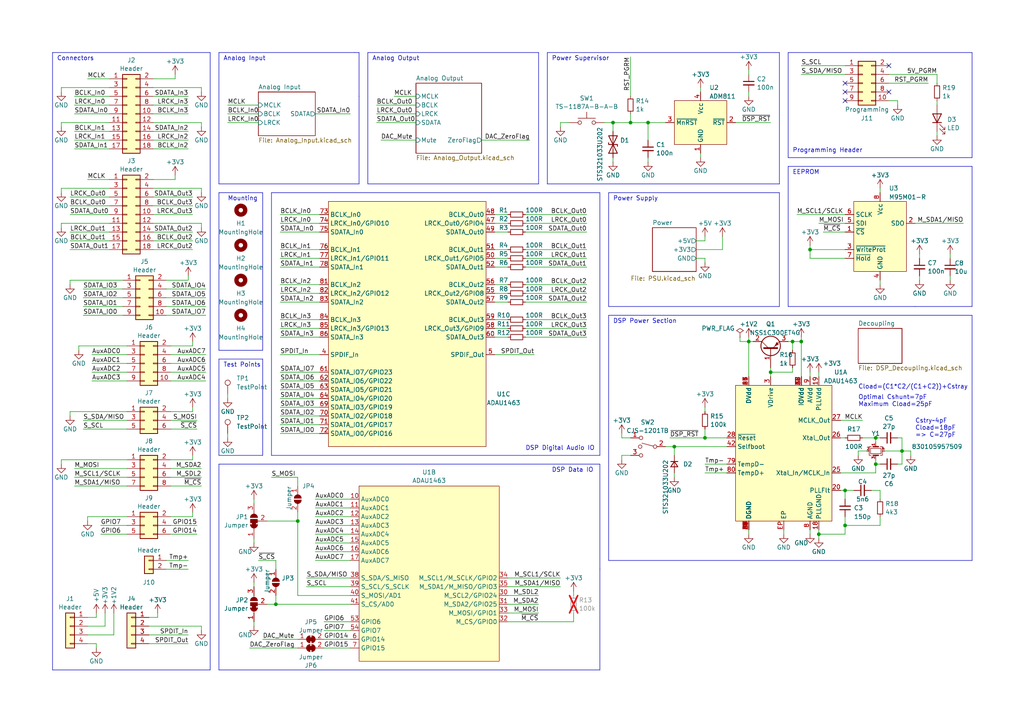
<source format=kicad_sch>
(kicad_sch (version 20230121) (generator eeschema)
  (paper "A4")
  (junction (at 261.62 130.81))
  (junction (at 182.88 35.56))
  (junction (at 229.87 99.06))
  (junction (at 204.47 127))
  (junction (at 254 127))
  (junction (at 187.96 35.56))
  (junction (at 237.49 154.94))
  (junction (at 177.8 35.56))
  (junction (at 80.01 175.26))
  (junction (at 254 134.62))
  (junction (at 86.36 151.13))
  (junction (at 217.17 99.06))
  (junction (at 234.95 72.39))
  (junction (at 232.41 99.06))
  (junction (at 245.11 142.24))
  (junction (at 195.58 129.54))
  (junction (at 245.11 152.4))
  (junction (at 223.52 107.95))
  (no_connect (at 245.11 24.13))
  (no_connect (at 257.81 26.67))
  (no_connect (at 245.11 26.67))
  (no_connect (at 245.11 29.21))
  (no_connect (at 257.81 19.05))
  (wire (pts (xy 20.32 69.85) (xy 31.75 69.85)))
  (wire (pts (xy 20.32 119.38) (xy 36.83 119.38)))
  (wire (pts (xy 204.47 127) (xy 210.82 127)))
  (polyline (pts (xy 173.99 134.62) (xy 173.99 165.1)))
  (wire (pts (xy 54.61 162.56) (xy 48.26 162.56)))
  (wire (pts (xy 59.69 91.44) (xy 48.26 91.44)))
  (wire (pts (xy 20.32 62.23) (xy 31.75 62.23)))
  (wire (pts (xy 24.13 121.92) (xy 36.83 121.92)))
  (wire (pts (xy 182.88 35.56) (xy 187.96 35.56)))
  (wire (pts (xy 204.47 137.16) (xy 210.82 137.16)))
  (wire (pts (xy 109.22 35.56) (xy 120.65 35.56)))
  (wire (pts (xy 109.22 33.02) (xy 120.65 33.02)))
  (polyline (pts (xy 63.5 104.14) (xy 63.5 132.08)))
  (wire (pts (xy 21.59 30.48) (xy 31.75 30.48)))
  (wire (pts (xy 24.13 86.36) (xy 35.56 86.36)))
  (wire (pts (xy 24.13 91.44) (xy 35.56 91.44)))
  (wire (pts (xy 66.04 114.3) (xy 66.04 115.57)))
  (wire (pts (xy 195.58 129.54) (xy 195.58 132.08)))
  (wire (pts (xy 22.86 100.33) (xy 22.86 101.6)))
  (wire (pts (xy 81.28 87.63) (xy 92.71 87.63)))
  (polyline (pts (xy 281.94 88.9) (xy 281.94 48.26)))
  (wire (pts (xy 217.17 26.67) (xy 217.17 27.94)))
  (wire (pts (xy 81.28 110.49) (xy 92.71 110.49)))
  (wire (pts (xy 237.49 153.67) (xy 237.49 154.94)))
  (wire (pts (xy 266.7 73.66) (xy 266.7 74.93)))
  (wire (pts (xy 81.28 118.11) (xy 92.71 118.11)))
  (polyline (pts (xy 63.5 15.24) (xy 63.5 53.34)))
  (wire (pts (xy 91.44 157.48) (xy 101.6 157.48)))
  (wire (pts (xy 234.95 107.95) (xy 234.95 109.22)))
  (wire (pts (xy 182.88 33.02) (xy 182.88 35.56)))
  (wire (pts (xy 44.45 57.15) (xy 55.88 57.15)))
  (wire (pts (xy 49.53 100.33) (xy 55.88 100.33)))
  (wire (pts (xy 58.42 35.56) (xy 58.42 36.83)))
  (wire (pts (xy 217.17 97.79) (xy 217.17 99.06)))
  (wire (pts (xy 234.95 72.39) (xy 245.11 72.39)))
  (wire (pts (xy 81.28 77.47) (xy 92.71 77.47)))
  (wire (pts (xy 143.51 72.39) (xy 147.32 72.39)))
  (wire (pts (xy 86.36 148.59) (xy 86.36 151.13)))
  (wire (pts (xy 17.78 64.77) (xy 17.78 66.04)))
  (polyline (pts (xy 104.14 27.94) (xy 104.14 53.34)))
  (wire (pts (xy 91.44 149.86) (xy 101.6 149.86)))
  (wire (pts (xy 54.61 30.48) (xy 44.45 30.48)))
  (polyline (pts (xy 228.6 45.72) (xy 281.94 45.72)))
  (wire (pts (xy 81.28 85.09) (xy 92.71 85.09)))
  (wire (pts (xy 36.83 149.86) (xy 25.4 149.86)))
  (wire (pts (xy 232.41 97.79) (xy 232.41 99.06)))
  (wire (pts (xy 91.44 154.94) (xy 101.6 154.94)))
  (wire (pts (xy 49.53 119.38) (xy 55.88 119.38)))
  (wire (pts (xy 25.4 184.15) (xy 33.02 184.15)))
  (polyline (pts (xy 60.96 194.31) (xy 15.24 194.31)))
  (wire (pts (xy 152.4 87.63) (xy 170.18 87.63)))
  (wire (pts (xy 152.4 67.31) (xy 170.18 67.31)))
  (wire (pts (xy 147.32 177.8) (xy 156.21 177.8)))
  (wire (pts (xy 166.37 177.8) (xy 166.37 180.34)))
  (wire (pts (xy 152.4 82.55) (xy 170.18 82.55)))
  (wire (pts (xy 25.4 181.61) (xy 30.48 181.61)))
  (wire (pts (xy 223.52 107.95) (xy 223.52 109.22)))
  (wire (pts (xy 162.56 35.56) (xy 162.56 36.83)))
  (wire (pts (xy 76.2 185.42) (xy 86.36 185.42)))
  (wire (pts (xy 187.96 35.56) (xy 193.04 35.56)))
  (wire (pts (xy 250.19 121.92) (xy 243.84 121.92)))
  (wire (pts (xy 182.88 27.94) (xy 182.88 16.51)))
  (wire (pts (xy 203.2 25.4) (xy 203.2 26.67)))
  (wire (pts (xy 80.01 162.56) (xy 80.01 165.1)))
  (wire (pts (xy 254 134.62) (xy 254 137.16)))
  (polyline (pts (xy 63.5 132.08) (xy 76.2 132.08)))
  (wire (pts (xy 81.28 95.25) (xy 92.71 95.25)))
  (wire (pts (xy 26.67 105.41) (xy 36.83 105.41)))
  (wire (pts (xy 261.62 130.81) (xy 264.16 130.81)))
  (wire (pts (xy 254 128.27) (xy 254 127)))
  (wire (pts (xy 58.42 64.77) (xy 58.42 66.04)))
  (wire (pts (xy 21.59 38.1) (xy 31.75 38.1)))
  (wire (pts (xy 193.04 129.54) (xy 195.58 129.54)))
  (wire (pts (xy 91.44 147.32) (xy 101.6 147.32)))
  (wire (pts (xy 88.9 167.64) (xy 101.6 167.64)))
  (wire (pts (xy 73.66 144.78) (xy 73.66 146.05)))
  (wire (pts (xy 59.69 102.87) (xy 49.53 102.87)))
  (wire (pts (xy 245.11 149.86) (xy 245.11 152.4)))
  (wire (pts (xy 54.61 33.02) (xy 44.45 33.02)))
  (wire (pts (xy 245.11 152.4) (xy 255.27 152.4)))
  (wire (pts (xy 217.17 20.32) (xy 217.17 21.59)))
  (wire (pts (xy 271.78 38.1) (xy 271.78 39.37)))
  (wire (pts (xy 223.52 107.95) (xy 229.87 107.95)))
  (wire (pts (xy 17.78 133.35) (xy 36.83 133.35)))
  (wire (pts (xy 243.84 127) (xy 245.11 127)))
  (wire (pts (xy 237.49 154.94) (xy 245.11 154.94)))
  (wire (pts (xy 139.7 40.64) (xy 153.67 40.64)))
  (polyline (pts (xy 158.75 53.34) (xy 226.06 53.34)))
  (wire (pts (xy 165.1 35.56) (xy 162.56 35.56)))
  (wire (pts (xy 17.78 133.35) (xy 17.78 134.62)))
  (wire (pts (xy 54.61 184.15) (xy 43.18 184.15)))
  (wire (pts (xy 254 127) (xy 250.19 127)))
  (wire (pts (xy 58.42 182.88) (xy 58.42 181.61)))
  (wire (pts (xy 234.95 74.93) (xy 234.95 72.39)))
  (wire (pts (xy 44.45 54.61) (xy 58.42 54.61)))
  (wire (pts (xy 265.43 64.77) (xy 279.4 64.77)))
  (wire (pts (xy 217.17 153.67) (xy 217.17 154.94)))
  (wire (pts (xy 73.66 168.91) (xy 73.66 170.18)))
  (wire (pts (xy 26.67 102.87) (xy 36.83 102.87)))
  (wire (pts (xy 254 137.16) (xy 243.84 137.16)))
  (wire (pts (xy 187.96 35.56) (xy 187.96 40.64)))
  (polyline (pts (xy 281.94 45.72) (xy 281.94 15.24)))
  (wire (pts (xy 152.4 95.25) (xy 170.18 95.25)))
  (wire (pts (xy 17.78 64.77) (xy 31.75 64.77)))
  (polyline (pts (xy 104.14 27.94) (xy 104.14 15.24)))
  (wire (pts (xy 44.45 52.07) (xy 50.8 52.07)))
  (wire (pts (xy 255.27 152.4) (xy 255.27 149.86)))
  (polyline (pts (xy 63.5 53.34) (xy 104.14 53.34)))
  (wire (pts (xy 54.61 43.18) (xy 44.45 43.18)))
  (polyline (pts (xy 281.94 15.24) (xy 228.6 15.24)))
  (wire (pts (xy 81.28 113.03) (xy 92.71 113.03)))
  (wire (pts (xy 81.28 97.79) (xy 92.71 97.79)))
  (wire (pts (xy 152.4 74.93) (xy 170.18 74.93)))
  (wire (pts (xy 36.83 135.89) (xy 21.59 135.89)))
  (wire (pts (xy 204.47 124.46) (xy 204.47 127)))
  (wire (pts (xy 194.31 127) (xy 204.47 127)))
  (wire (pts (xy 21.59 40.64) (xy 31.75 40.64)))
  (wire (pts (xy 91.44 162.56) (xy 101.6 162.56)))
  (wire (pts (xy 78.74 138.43) (xy 86.36 138.43)))
  (wire (pts (xy 33.02 184.15) (xy 33.02 177.8)))
  (wire (pts (xy 143.51 74.93) (xy 147.32 74.93)))
  (wire (pts (xy 152.4 77.47) (xy 170.18 77.47)))
  (wire (pts (xy 36.83 100.33) (xy 22.86 100.33)))
  (wire (pts (xy 81.28 120.65) (xy 92.71 120.65)))
  (polyline (pts (xy 76.2 55.88) (xy 76.2 101.6)))
  (wire (pts (xy 27.94 179.07) (xy 25.4 179.07)))
  (wire (pts (xy 50.8 22.86) (xy 50.8 21.59)))
  (wire (pts (xy 271.78 21.59) (xy 271.78 24.13)))
  (wire (pts (xy 177.8 35.56) (xy 177.8 38.1)))
  (polyline (pts (xy 63.5 134.62) (xy 173.99 134.62)))
  (wire (pts (xy 49.53 149.86) (xy 55.88 149.86)))
  (wire (pts (xy 55.88 149.86) (xy 55.88 148.59)))
  (wire (pts (xy 20.32 67.31) (xy 31.75 67.31)))
  (wire (pts (xy 109.22 30.48) (xy 120.65 30.48)))
  (polyline (pts (xy 226.06 15.24) (xy 158.75 15.24)))
  (wire (pts (xy 30.48 181.61) (xy 30.48 177.8)))
  (polyline (pts (xy 226.06 88.9) (xy 176.53 88.9)))
  (wire (pts (xy 48.26 81.28) (xy 54.61 81.28)))
  (wire (pts (xy 227.33 153.67) (xy 227.33 154.94)))
  (wire (pts (xy 81.28 74.93) (xy 92.71 74.93)))
  (wire (pts (xy 73.66 180.34) (xy 73.66 181.61)))
  (wire (pts (xy 229.87 99.06) (xy 232.41 99.06)))
  (wire (pts (xy 175.26 35.56) (xy 177.8 35.56)))
  (wire (pts (xy 31.75 25.4) (xy 17.78 25.4)))
  (wire (pts (xy 154.94 102.87) (xy 143.51 102.87)))
  (wire (pts (xy 223.52 35.56) (xy 213.36 35.56)))
  (wire (pts (xy 66.04 30.48) (xy 74.93 30.48)))
  (polyline (pts (xy 156.21 15.24) (xy 106.68 15.24)))
  (wire (pts (xy 252.73 142.24) (xy 255.27 142.24)))
  (wire (pts (xy 88.9 170.18) (xy 101.6 170.18)))
  (wire (pts (xy 204.47 134.62) (xy 210.82 134.62)))
  (wire (pts (xy 91.44 152.4) (xy 101.6 152.4)))
  (wire (pts (xy 58.42 54.61) (xy 58.42 55.88)))
  (polyline (pts (xy 102.87 15.24) (xy 63.5 15.24)))
  (wire (pts (xy 21.59 27.94) (xy 31.75 27.94)))
  (wire (pts (xy 152.4 92.71) (xy 170.18 92.71)))
  (wire (pts (xy 24.13 88.9) (xy 35.56 88.9)))
  (wire (pts (xy 260.35 134.62) (xy 261.62 134.62)))
  (wire (pts (xy 54.61 165.1) (xy 48.26 165.1)))
  (wire (pts (xy 80.01 175.26) (xy 101.6 175.26)))
  (wire (pts (xy 73.66 156.21) (xy 73.66 157.48)))
  (wire (pts (xy 27.94 186.69) (xy 25.4 186.69)))
  (wire (pts (xy 255.27 81.28) (xy 255.27 82.55)))
  (polyline (pts (xy 173.99 194.31) (xy 63.5 194.31)))
  (wire (pts (xy 93.98 187.96) (xy 101.6 187.96)))
  (polyline (pts (xy 15.24 15.24) (xy 60.96 15.24)))
  (wire (pts (xy 49.53 140.97) (xy 58.42 140.97)))
  (wire (pts (xy 143.51 62.23) (xy 147.32 62.23)))
  (wire (pts (xy 74.93 35.56) (xy 66.04 35.56)))
  (wire (pts (xy 31.75 35.56) (xy 17.78 35.56)))
  (wire (pts (xy 245.11 74.93) (xy 234.95 74.93)))
  (wire (pts (xy 247.65 142.24) (xy 245.11 142.24)))
  (wire (pts (xy 45.72 179.07) (xy 43.18 179.07)))
  (wire (pts (xy 66.04 125.73) (xy 66.04 127)))
  (wire (pts (xy 54.61 81.28) (xy 54.61 80.01)))
  (wire (pts (xy 26.67 107.95) (xy 36.83 107.95)))
  (wire (pts (xy 152.4 97.79) (xy 170.18 97.79)))
  (wire (pts (xy 214.63 99.06) (xy 217.17 99.06)))
  (wire (pts (xy 229.87 107.95) (xy 229.87 106.68)))
  (wire (pts (xy 57.15 154.94) (xy 49.53 154.94)))
  (wire (pts (xy 81.28 64.77) (xy 92.71 64.77)))
  (wire (pts (xy 54.61 40.64) (xy 44.45 40.64)))
  (wire (pts (xy 49.53 138.43) (xy 58.42 138.43)))
  (wire (pts (xy 81.28 125.73) (xy 92.71 125.73)))
  (polyline (pts (xy 106.68 53.34) (xy 156.21 53.34)))
  (wire (pts (xy 180.34 127) (xy 180.34 125.73)))
  (polyline (pts (xy 78.74 132.08) (xy 173.99 132.08)))
  (wire (pts (xy 81.28 62.23) (xy 92.71 62.23)))
  (wire (pts (xy 59.69 88.9) (xy 48.26 88.9)))
  (polyline (pts (xy 76.2 55.88) (xy 63.5 55.88)))
  (wire (pts (xy 166.37 171.45) (xy 166.37 172.72)))
  (wire (pts (xy 203.2 44.45) (xy 203.2 45.72)))
  (wire (pts (xy 143.51 67.31) (xy 147.32 67.31)))
  (wire (pts (xy 248.92 130.81) (xy 248.92 132.08)))
  (wire (pts (xy 245.11 142.24) (xy 245.11 144.78)))
  (wire (pts (xy 21.59 140.97) (xy 36.83 140.97)))
  (wire (pts (xy 204.47 118.11) (xy 204.47 119.38)))
  (wire (pts (xy 143.51 85.09) (xy 147.32 85.09)))
  (wire (pts (xy 36.83 138.43) (xy 21.59 138.43)))
  (polyline (pts (xy 173.99 55.88) (xy 78.74 55.88)))
  (wire (pts (xy 152.4 64.77) (xy 170.18 64.77)))
  (wire (pts (xy 49.53 124.46) (xy 57.15 124.46)))
  (wire (pts (xy 101.6 172.72) (xy 86.36 172.72)))
  (wire (pts (xy 204.47 74.93) (xy 204.47 76.2)))
  (polyline (pts (xy 176.53 88.9) (xy 176.53 55.88)))
  (wire (pts (xy 55.88 133.35) (xy 55.88 132.08)))
  (wire (pts (xy 93.98 180.34) (xy 101.6 180.34)))
  (wire (pts (xy 59.69 105.41) (xy 49.53 105.41)))
  (polyline (pts (xy 60.96 15.24) (xy 60.96 194.31)))
  (wire (pts (xy 17.78 35.56) (xy 17.78 36.83)))
  (wire (pts (xy 143.51 82.55) (xy 147.32 82.55)))
  (wire (pts (xy 26.67 110.49) (xy 36.83 110.49)))
  (wire (pts (xy 266.7 80.01) (xy 266.7 81.28)))
  (wire (pts (xy 59.69 110.49) (xy 49.53 110.49)))
  (wire (pts (xy 260.35 30.48) (xy 260.35 29.21)))
  (wire (pts (xy 21.59 33.02) (xy 31.75 33.02)))
  (polyline (pts (xy 63.5 104.14) (xy 76.2 104.14)))
  (wire (pts (xy 81.28 102.87) (xy 92.71 102.87)))
  (wire (pts (xy 59.69 107.95) (xy 49.53 107.95)))
  (polyline (pts (xy 176.53 55.88) (xy 226.06 55.88)))
  (polyline (pts (xy 281.94 162.56) (xy 281.94 91.44)))
  (wire (pts (xy 143.51 77.47) (xy 147.32 77.47)))
  (wire (pts (xy 201.93 72.39) (xy 209.55 72.39)))
  (wire (pts (xy 177.8 45.72) (xy 177.8 46.99)))
  (wire (pts (xy 54.61 27.94) (xy 44.45 27.94)))
  (wire (pts (xy 55.88 100.33) (xy 55.88 99.06)))
  (wire (pts (xy 251.46 130.81) (xy 248.92 130.81)))
  (wire (pts (xy 254 134.62) (xy 255.27 134.62)))
  (wire (pts (xy 81.28 72.39) (xy 92.71 72.39)))
  (wire (pts (xy 20.32 81.28) (xy 20.32 82.55)))
  (wire (pts (xy 237.49 64.77) (xy 245.11 64.77)))
  (wire (pts (xy 74.93 33.02) (xy 66.04 33.02)))
  (wire (pts (xy 29.21 152.4) (xy 36.83 152.4)))
  (wire (pts (xy 45.72 177.8) (xy 45.72 179.07)))
  (wire (pts (xy 217.17 99.06) (xy 217.17 109.22)))
  (wire (pts (xy 275.59 80.01) (xy 275.59 81.28)))
  (wire (pts (xy 152.4 62.23) (xy 170.18 62.23)))
  (wire (pts (xy 55.88 119.38) (xy 55.88 118.11)))
  (wire (pts (xy 80.01 172.72) (xy 80.01 175.26)))
  (wire (pts (xy 275.59 73.66) (xy 275.59 74.93)))
  (polyline (pts (xy 78.74 55.88) (xy 78.74 132.08)))
  (wire (pts (xy 114.3 27.94) (xy 120.65 27.94)))
  (wire (pts (xy 81.28 82.55) (xy 92.71 82.55)))
  (wire (pts (xy 44.45 35.56) (xy 58.42 35.56)))
  (polyline (pts (xy 63.5 194.31) (xy 63.5 134.62)))
  (wire (pts (xy 147.32 172.72) (xy 156.21 172.72)))
  (wire (pts (xy 20.32 57.15) (xy 31.75 57.15)))
  (wire (pts (xy 21.59 43.18) (xy 31.75 43.18)))
  (wire (pts (xy 195.58 129.54) (xy 210.82 129.54)))
  (wire (pts (xy 243.84 142.24) (xy 245.11 142.24)))
  (wire (pts (xy 143.51 64.77) (xy 147.32 64.77)))
  (wire (pts (xy 35.56 81.28) (xy 20.32 81.28)))
  (wire (pts (xy 20.32 119.38) (xy 20.32 120.65)))
  (wire (pts (xy 232.41 99.06) (xy 232.41 109.22)))
  (wire (pts (xy 152.4 72.39) (xy 170.18 72.39)))
  (wire (pts (xy 29.21 154.94) (xy 36.83 154.94)))
  (wire (pts (xy 143.51 87.63) (xy 147.32 87.63)))
  (wire (pts (xy 201.93 74.93) (xy 204.47 74.93)))
  (wire (pts (xy 255.27 54.61) (xy 255.27 55.88)))
  (wire (pts (xy 77.47 175.26) (xy 80.01 175.26)))
  (wire (pts (xy 237.49 154.94) (xy 237.49 156.21)))
  (wire (pts (xy 17.78 25.4) (xy 17.78 26.67)))
  (wire (pts (xy 54.61 38.1) (xy 44.45 38.1)))
  (polyline (pts (xy 176.53 162.56) (xy 281.94 162.56)))
  (wire (pts (xy 147.32 167.64) (xy 162.56 167.64)))
  (wire (pts (xy 147.32 175.26) (xy 156.21 175.26)))
  (wire (pts (xy 27.94 177.8) (xy 27.94 179.07)))
  (wire (pts (xy 81.28 115.57) (xy 92.71 115.57)))
  (wire (pts (xy 49.53 135.89) (xy 58.42 135.89)))
  (wire (pts (xy 44.45 67.31) (xy 55.88 67.31)))
  (wire (pts (xy 143.51 97.79) (xy 147.32 97.79)))
  (wire (pts (xy 25.4 52.07) (xy 31.75 52.07)))
  (wire (pts (xy 264.16 130.81) (xy 264.16 132.08)))
  (wire (pts (xy 257.81 29.21) (xy 260.35 29.21)))
  (polyline (pts (xy 228.6 15.24) (xy 228.6 45.72)))
  (wire (pts (xy 182.88 132.08) (xy 180.34 132.08)))
  (wire (pts (xy 234.95 153.67) (xy 234.95 154.94)))
  (wire (pts (xy 254 127) (xy 255.27 127)))
  (wire (pts (xy 261.62 127) (xy 261.62 130.81)))
  (wire (pts (xy 59.69 86.36) (xy 48.26 86.36)))
  (wire (pts (xy 91.44 160.02) (xy 101.6 160.02)))
  (wire (pts (xy 74.93 162.56) (xy 80.01 162.56)))
  (wire (pts (xy 229.87 99.06) (xy 229.87 101.6)))
  (wire (pts (xy 58.42 181.61) (xy 43.18 181.61)))
  (wire (pts (xy 232.41 19.05) (xy 245.11 19.05)))
  (wire (pts (xy 44.45 59.69) (xy 55.88 59.69)))
  (wire (pts (xy 271.78 29.21) (xy 271.78 30.48)))
  (polyline (pts (xy 76.2 132.08) (xy 76.2 104.14)))
  (wire (pts (xy 223.52 106.68) (xy 223.52 107.95)))
  (polyline (pts (xy 281.94 91.44) (xy 176.53 91.44)))
  (wire (pts (xy 147.32 170.18) (xy 162.56 170.18)))
  (wire (pts (xy 147.32 180.34) (xy 166.37 180.34)))
  (polyline (pts (xy 281.94 48.26) (xy 228.6 48.26)))
  (polyline (pts (xy 106.68 15.24) (xy 106.68 53.34)))
  (wire (pts (xy 86.36 172.72) (xy 86.36 151.13)))
  (polyline (pts (xy 226.06 15.24) (xy 226.06 53.34)))
  (wire (pts (xy 58.42 25.4) (xy 58.42 26.67)))
  (polyline (pts (xy 228.6 48.26) (xy 228.6 88.9)))
  (wire (pts (xy 218.44 99.06) (xy 217.17 99.06)))
  (wire (pts (xy 143.51 95.25) (xy 147.32 95.25)))
  (wire (pts (xy 20.32 72.39) (xy 31.75 72.39)))
  (wire (pts (xy 44.45 25.4) (xy 58.42 25.4)))
  (wire (pts (xy 93.98 182.88) (xy 101.6 182.88)))
  (polyline (pts (xy 102.87 15.24) (xy 104.14 15.24)))
  (wire (pts (xy 49.53 133.35) (xy 55.88 133.35)))
  (polyline (pts (xy 63.5 55.88) (xy 63.5 101.6)))
  (polyline (pts (xy 15.24 15.24) (xy 15.24 194.31)))
  (wire (pts (xy 214.63 97.79) (xy 214.63 99.06)))
  (wire (pts (xy 257.81 21.59) (xy 271.78 21.59)))
  (wire (pts (xy 180.34 132.08) (xy 180.34 133.35)))
  (wire (pts (xy 44.45 22.86) (xy 50.8 22.86)))
  (wire (pts (xy 44.45 69.85) (xy 55.88 69.85)))
  (wire (pts (xy 81.28 107.95) (xy 92.71 107.95)))
  (wire (pts (xy 152.4 85.09) (xy 170.18 85.09)))
  (wire (pts (xy 195.58 137.16) (xy 195.58 138.43)))
  (wire (pts (xy 91.44 144.78) (xy 101.6 144.78)))
  (polyline (pts (xy 173.99 132.08) (xy 173.99 55.88)))
  (polyline (pts (xy 63.5 101.6) (xy 76.2 101.6)))
  (wire (pts (xy 228.6 99.06) (xy 229.87 99.06)))
  (polyline (pts (xy 265.43 88.9) (xy 281.94 88.9)))
  (wire (pts (xy 86.36 138.43) (xy 86.36 140.97)))
  (wire (pts (xy 238.76 67.31) (xy 245.11 67.31)))
  (wire (pts (xy 86.36 151.13) (xy 77.47 151.13)))
  (wire (pts (xy 54.61 186.69) (xy 43.18 186.69)))
  (wire (pts (xy 17.78 54.61) (xy 31.75 54.61)))
  (wire (pts (xy 237.49 107.95) (xy 237.49 109.22)))
  (polyline (pts (xy 173.99 165.1) (xy 173.99 194.31)))
  (polyline (pts (xy 226.06 55.88) (xy 226.06 88.9)))
  (wire (pts (xy 256.54 130.81) (xy 261.62 130.81)))
  (wire (pts (xy 182.88 127) (xy 180.34 127)))
  (wire (pts (xy 234.95 71.12) (xy 234.95 72.39)))
  (wire (pts (xy 257.81 24.13) (xy 269.24 24.13)))
  (wire (pts (xy 245.11 154.94) (xy 245.11 152.4)))
  (wire (pts (xy 260.35 127) (xy 261.62 127)))
  (polyline (pts (xy 176.53 91.44) (xy 176.53 162.56)))
  (wire (pts (xy 20.32 59.69) (xy 31.75 59.69)))
  (wire (pts (xy 232.41 21.59) (xy 245.11 21.59)))
  (wire (pts (xy 261.62 130.81) (xy 261.62 134.62)))
  (wire (pts (xy 57.15 152.4) (xy 49.53 152.4)))
  (wire (pts (xy 231.14 62.23) (xy 245.11 62.23)))
  (polyline (pts (xy 158.75 15.24) (xy 158.75 53.34)))
  (wire (pts (xy 24.13 124.46) (xy 36.83 124.46)))
  (wire (pts (xy 254 133.35) (xy 254 134.62)))
  (wire (pts (xy 209.55 68.58) (xy 209.55 72.39)))
  (wire (pts (xy 143.51 92.71) (xy 147.32 92.71)))
  (wire (pts (xy 93.98 185.42) (xy 101.6 185.42)))
  (wire (pts (xy 59.69 83.82) (xy 48.26 83.82)))
  (wire (pts (xy 81.28 123.19) (xy 92.71 123.19)))
  (wire (pts (xy 81.28 92.71) (xy 92.71 92.71)))
  (wire (pts (xy 91.44 33.02) (xy 101.6 33.02)))
  (wire (pts (xy 17.78 54.61) (xy 17.78 55.88)))
  (wire (pts (xy 86.36 187.96) (xy 72.39 187.96)))
  (wire (pts (xy 44.45 72.39) (xy 55.88 72.39)))
  (polyline (pts (xy 156.21 53.34) (xy 156.21 15.24)))
  (polyline (pts (xy 228.6 88.9) (xy 265.43 88.9)))
  (wire (pts (xy 255.27 142.24) (xy 255.27 144.78)))
  (wire (pts (xy 81.28 67.31) (xy 92.71 67.31)))
  (wire (pts (xy 25.4 22.86) (xy 31.75 22.86)))
  (wire (pts (xy 177.8 35.56) (xy 182.88 35.56)))
  (wire (pts (xy 187.96 45.72) (xy 187.96 46.99)))
  (wire (pts (xy 24.13 83.82) (xy 35.56 83.82)))
  (wire (pts (xy 44.45 64.77) (xy 58.42 64.77)))
  (wire (pts (xy 27.94 187.96) (xy 27.94 186.69)))
  (wire (pts (xy 204.47 68.58) (xy 204.47 69.85)))
  (wire (pts (xy 201.93 69.85) (xy 204.47 69.85)))
  (wire (pts (xy 25.4 149.86) (xy 25.4 151.13)))
  (wire (pts (xy 50.8 52.07) (xy 50.8 50.8)))
  (polyline (pts (xy 173.99 165.1) (xy 173.99 165.1)))
  (wire (pts (xy 57.15 121.92) (xy 49.53 121.92)))
  (wire (pts (xy 44.45 62.23) (xy 55.88 62.23)))
  (wire (pts (xy 110.49 40.64) (xy 120.65 40.64)))
  (text "DSP Data IO" (at 160.02 137.16 0) (effects (font (size 1.27 1.27)) (justify left bottom)))
  (text "EEPROM" (at 229.87 50.8 0) (effects (font (size 1.27 1.27)) (justify left bottom)))
  (text "Mounting" (at 66.04 58.42 0) (effects (font (size 1.27 1.27)) (justify left bottom)))
  (text "DSP Digital Audio IO" (at 152.4 130.81 0) (effects (font (size 1.27 1.27)) (justify left bottom)))
  (text "Power Supervisor" (at 160.02 17.78 0) (effects (font (size 1.27 1.27)) (justify left bottom)))
  (text "Power Supply" (at 177.8 58.42 0) (effects (font (size 1.27 1.27)) (justify left bottom)))
  (text "Cload=(C1*C2/(C1+C2))+Cstray" (at 248.92 113.03 0) (effects (font (size 1.27 1.27)) (justify left bottom)))
  (text "Analog Output" (at 107.95 17.78 0) (effects (font (size 1.27 1.27)) (justify left bottom)))
  (text "Connectors" (at 16.51 17.78 0) (effects (font (size 1.27 1.27)) (justify left bottom)))
  (text "Programming Header" (at 229.87 44.45 0) (effects (font (size 1.27 1.27)) (justify left bottom)))
  (text "Optimal Cshunt=7pF\nMaximum Cload=25pF" (at 248.92 118.11 0) (effects (font (size 1.27 1.27)) (justify left bottom)))
  (text "DSP Power Section" (at 177.8 93.98 0) (effects (font (size 1.27 1.27)) (justify left bottom)))
  (text "Cstry~4pF\nCload=18pF\n=> C=27pF" (at 265.43 127 0) (effects (font (size 1.27 1.27)) (justify left bottom)))
  (text "Test Points" (at 64.77 106.68 0) (effects (font (size 1.27 1.27)) (justify left bottom)))
  (text "Analog Input" (at 64.77 17.78 0) (effects (font (size 1.27 1.27)) (justify left bottom)))
  (label "SDATA_Out1" (at 20.32 72.39 0))
  (label "AuxADC4" (at 59.69 110.49 180))
  (label "BCLK_In2" (at 81.28 82.55 0))
  (label "M_MOSI" (at 21.59 135.89 0))
  (label "BCLK_Out1" (at 20.32 69.85 0))
  (label "SDATA_IO0" (at 24.13 91.44 0))
  (label "Tmp+" (at 54.61 162.56 180))
  (label "SDATA_In3" (at 54.61 27.94 180))
  (label "SDATA_IO5" (at 81.28 113.03 0))
  (label "SDATA_IO3" (at 24.13 83.82 0))
  (label "SDATA_In1" (at 21.59 43.18 0))
  (label "SDATA_Out3" (at 170.18 97.79 180))
  (label "AuxADC5" (at 91.44 157.48 0))
  (label "M_MOSI" (at 156.21 177.8 180))
  (label "~{M_CS}" (at 58.42 140.97 180))
  (label "Tmp-" (at 204.47 134.62 0))
  (label "SPDIT_Out" (at 54.61 186.69 180))
  (label "SDATA_IO2" (at 24.13 86.36 0))
  (label "LRCK_Out0" (at 109.22 33.02 0))
  (label "BCLK_In0" (at 21.59 27.94 0))
  (label "M_SDA1{slash}MISO" (at 279.4 64.77 180))
  (label "BCLK_Out3" (at 55.88 59.69 180))
  (label "BCLK_In2" (at 54.61 43.18 180))
  (label "SDATA_In3" (at 81.28 97.79 0))
  (label "BCLK_In3" (at 81.28 92.71 0))
  (label "LRCK_In1" (at 21.59 40.64 0))
  (label "MCLK" (at 66.04 30.48 0))
  (label "LRCK_Out1" (at 170.18 74.93 180))
  (label "LRCK_Out3" (at 55.88 62.23 180))
  (label "BCLK_Out2" (at 55.88 69.85 180))
  (label "S_SDA{slash}MISO" (at 88.9 167.64 0))
  (label "~{M_CS}" (at 156.21 180.34 180))
  (label "AuxADC5" (at 59.69 107.95 180))
  (label "LRCK_In2" (at 81.28 85.09 0))
  (label "SDATA_IO2" (at 81.28 120.65 0))
  (label "AuxADC2" (at 26.67 107.95 0))
  (label "BCLK_Out2" (at 170.18 82.55 180))
  (label "GPIO14" (at 57.15 154.94 180))
  (label "S_SCL" (at 88.9 170.18 0))
  (label "SDATA_IO3" (at 81.28 118.11 0))
  (label "BCLK_Out0" (at 170.18 62.23 180))
  (label "AuxADC2" (at 91.44 149.86 0))
  (label "S_SCL" (at 24.13 124.46 0))
  (label "SDATA_Out0" (at 20.32 62.23 0))
  (label "MCLK" (at 114.3 27.94 0))
  (label "~{S_CS}" (at 74.93 162.56 0))
  (label "DAC_Mute" (at 110.49 40.64 0))
  (label "M_MOSI" (at 237.49 64.77 0))
  (label "SDATA_IO7" (at 81.28 107.95 0))
  (label "LRCK_In0" (at 81.28 64.77 0))
  (label "SPDIT_In" (at 81.28 102.87 0))
  (label "AuxADC1" (at 91.44 147.32 0))
  (label "M_SDA2" (at 58.42 135.89 180))
  (label "SDATA_Out1" (at 170.18 77.47 180))
  (label "~{S_CS}" (at 57.15 124.46 180))
  (label "LRCK_In0" (at 66.04 35.56 0))
  (label "MCLK" (at 25.4 22.86 0))
  (label "BCLK_In0" (at 81.28 62.23 0))
  (label "SDATA_In0" (at 21.59 33.02 0))
  (label "SDATA_IO0" (at 81.28 125.73 0))
  (label "AuxADC7" (at 91.44 162.56 0))
  (label "SDATA_IO7" (at 59.69 91.44 180))
  (label "BCLK_In0" (at 66.04 33.02 0))
  (label "M_SDA1{slash}MISO" (at 162.56 170.18 180))
  (label "AuxADC6" (at 91.44 160.02 0))
  (label "M_SDL2" (at 156.21 172.72 180))
  (label "BCLK_Out1" (at 170.18 72.39 180))
  (label "LRCK_In3" (at 54.61 30.48 180))
  (label "BCLK_Out0" (at 109.22 30.48 0))
  (label "AuxADC4" (at 91.44 154.94 0))
  (label "SPDIT_Out" (at 154.94 102.87 180))
  (label "SDATA_Out2" (at 170.18 87.63 180))
  (label "LRCK_Out1" (at 20.32 67.31 0))
  (label "GPIO6" (at 93.98 180.34 0))
  (label "SDATA_In2" (at 54.61 38.1 180))
  (label "LRCK_Out2" (at 170.18 85.09 180))
  (label "GPIO14" (at 93.98 185.42 0))
  (label "SPDIT_In" (at 54.61 184.15 180))
  (label "AuxADC6" (at 59.69 105.41 180))
  (label "LRCK_In0" (at 21.59 30.48 0))
  (label "SDATA_In0" (at 101.6 33.02 180))
  (label "GPIO15" (at 93.98 187.96 0))
  (label "BCLK_In1" (at 21.59 38.1 0))
  (label "S_SDA{slash}MISO" (at 24.13 121.92 0))
  (label "S_MOSI" (at 57.15 121.92 180))
  (label "M_SDL2" (at 58.42 138.43 180))
  (label "AuxADC0" (at 26.67 102.87 0))
  (label "M_SDA2" (at 156.21 175.26 180))
  (label "SDATA_IO5" (at 59.69 86.36 180))
  (label "BCLK_Out0" (at 20.32 59.69 0))
  (label "RST_PGRM" (at 269.24 24.13 180))
  (label "LRCK_Out0" (at 170.18 64.77 180))
  (label "MCLK" (at 250.19 121.92 180))
  (label "S_MOSI" (at 78.74 138.43 0))
  (label "Tmp-" (at 54.61 165.1 180))
  (label "AuxADC0" (at 91.44 144.78 0))
  (label "BCLK_In1" (at 81.28 72.39 0))
  (label "LRCK_Out2" (at 55.88 72.39 180))
  (label "AuxADC3" (at 91.44 152.4 0))
  (label "AuxADC7" (at 59.69 102.87 180))
  (label "5V_PGRM" (at 271.78 21.59 180))
  (label "LRCK_Out0" (at 20.32 57.15 0))
  (label "~{DSP_RST}" (at 194.31 127 0))
  (label "RST_PGRM" (at 182.88 16.51 270))
  (label "M_SCL1{slash}SCLK" (at 21.59 138.43 0))
  (label "DAC_ZeroFlag" (at 72.39 187.96 0))
  (label "BCLK_Out3" (at 170.18 92.71 180))
  (label "GPIO15" (at 57.15 152.4 180))
  (label "SDATA_IO4" (at 59.69 83.82 180))
  (label "GPIO7" (at 93.98 182.88 0))
  (label "S_SDA{slash}MISO" (at 232.41 21.59 0))
  (label "SDATA_IO4" (at 81.28 115.57 0))
  (label "S_SCL" (at 232.41 19.05 0))
  (label "SDATA_Out0" (at 170.18 67.31 180))
  (label "AuxADC3" (at 26.67 110.49 0))
  (label "MCLK" (at 25.4 52.07 0))
  (label "M_SCL1{slash}SCLK" (at 162.56 167.64 180))
  (label "SDATA_Out0" (at 109.22 35.56 0))
  (label "LRCK_In3" (at 81.28 95.25 0))
  (label "SDATA_IO6" (at 59.69 88.9 180))
  (label "LRCK_In2" (at 54.61 40.64 180))
  (label "BCLK_In3" (at 54.61 33.02 180))
  (label "~{M_CS}" (at 238.76 67.31 0))
  (label "SDATA_Out2" (at 55.88 67.31 180))
  (label "DAC_ZeroFlag" (at 153.67 40.64 180))
  (label "Tmp+" (at 204.47 137.16 0))
  (label "AuxADC1" (at 26.67 105.41 0))
  (label "GPIO7" (at 29.21 152.4 0))
  (label "SDATA_IO6" (at 81.28 110.49 0))
  (label "SDATA_IO1" (at 81.28 123.19 0))
  (label "LRCK_Out3" (at 170.18 95.25 180))
  (label "DAC_Mute" (at 76.2 185.42 0))
  (label "SDATA_In0" (at 81.28 67.31 0))
  (label "SDATA_In1" (at 81.28 77.47 0))
  (label "LRCK_In1" (at 81.28 74.93 0))
  (label "~{DSP_RST}" (at 223.52 35.56 180))
  (label "SDATA_IO1" (at 24.13 88.9 0))
  (label "M_SCL1{slash}SCLK" (at 231.14 62.23 0))
  (label "M_SDA1{slash}MISO" (at 21.59 140.97 0))
  (label "SDATA_Out3" (at 55.88 57.15 180))
  (label "SDATA_In2" (at 81.28 87.63 0))
  (label "GPIO6" (at 29.21 154.94 0))
  (symbol (lib_id "Device:R_Small") (at 149.86 72.39 90) (unit 1)
    (property "Reference" "R4" (at 146.05 71.12 90))
    (property "Value" "100R" (at 154.94 71.12 90))
    (property "Footprint" "Resistor_SMD:R_0402_1005Metric" (effects hide))
    (property "Assembling" "X" (effects hide))
    (property "JLC Part Number" "C25076" (effects hide))
    (property "Manufacturer" "UNI-ROYAL(Uniroyal Elec)" (effects hide))
    (property "Part Number" "0402WGF1000TCE" (effects hide))
    (property "Rated Power" "62.5mW" (effects hide))
  )
  (symbol (lib_id "Device:R_Small") (at 149.86 67.31 90) (unit 1)
    (property "Reference" "R3" (at 146.05 66.04 90))
    (property "Value" "100R" (at 154.94 66.04 90))
    (property "Footprint" "Resistor_SMD:R_0402_1005Metric" (effects hide))
    (property "Assembling" "X" (effects hide))
    (property "JLC Part Number" "C25076" (effects hide))
    (property "Manufacturer" "UNI-ROYAL(Uniroyal Elec)" (effects hide))
    (property "Part Number" "0402WGF1000TCE" (effects hide))
    (property "Rated Power" "62.5mW" (effects hide))
  )
  (symbol (lib_id "Device:C_Small") (at 250.19 142.24 90) (unit 1)
    (property "Reference" "C4" (at 250.19 139.7 90))
    (property "Value" "5n6" (at 250.19 144.78 90))
    (property "Footprint" "Capacitor_SMD:C_0603_1608Metric_Pad1.08x0.95mm_HandSolder" (effects hide))
    (property "Dielectric" "C0G" (effects hide))
    (property "Notes" "Also available in 0402" (effects hide))
    (property "Rated Voltage" "50V" (effects hide))
    (property "Manufacturer" "Murata Electronics" (effects hide))
    (property "Part Number" "GRM1885C1H562JA01D" (effects hide))
  )
  (symbol (lib_id "Device:R_Small") (at 149.86 85.09 90) (unit 1)
    (property "Reference" "R8" (at 146.05 83.82 90))
    (property "Value" "100R" (at 154.94 83.82 90))
    (property "Footprint" "Resistor_SMD:R_0402_1005Metric" (effects hide))
    (property "Assembling" "X" (effects hide))
    (property "JLC Part Number" "C25076" (effects hide))
    (property "Manufacturer" "UNI-ROYAL(Uniroyal Elec)" (effects hide))
    (property "Part Number" "0402WGF1000TCE" (effects hide))
    (property "Rated Power" "62.5mW" (effects hide))
  )
  (symbol (lib_id "Device:C_Small") (at 257.81 134.62 90) (mirror x) (unit 1)
    (property "Reference" "C6" (at 257.8163 140.3264 90))
    (property "Value" "27p" (at 257.8163 137.9022 90))
    (property "Footprint" "Capacitor_SMD:C_0402_1005Metric" (effects hide))
    (property "Dielectric" "C0G" (effects hide))
    (property "Rated Voltage" "50V" (effects hide))
    (property "Assembling" "X" (effects hide))
    (property "JLC Part Number" "C1557" (effects hide))
    (property "Manufacturer" "FH (Guangdong Fenghua Advanced Tech)" (effects hide))
    (property "Part Number" "0402CG270J500NT" (effects hide))
  )
  (symbol (lib_id "power:GND") (at 25.4 151.13 0) (mirror y) (unit 1)
    (property "Reference" "#PWR09" (effects hide))
    (property "Value" "GND" (at 25.4 154.94 0))
  )
  (symbol (lib_id "power:GND") (at 58.42 55.88 0) (unit 1)
    (property "Reference" "#PWR024" (effects hide))
    (property "Value" "GND" (at 58.42 59.69 0))
  )
  (symbol (lib_id "power:+3V3") (at 55.88 118.11 0) (unit 1)
    (property "Reference" "#PWR019" (effects hide))
    (property "Value" "+3V3" (at 55.88 114.3 0))
  )
  (symbol (lib_id "Switch:SW_SPDT_MSM") (at 187.96 129.54 0) (mirror y) (unit 1)
    (property "Reference" "SW2" (at 187.833 122.4747 0))
    (property "Value" "CJS-1201TB" (at 187.833 124.8989 0))
    (property "Footprint" "1_Project_Footprints:CJS-1201TB" (effects hide))
    (property "Manufacturer" "Nidec Components" (effects hide))
    (property "Part Number" "CJS-1201TB" (effects hide))
  )
  (symbol (lib_id "power:+1V2") (at 33.02 177.8 0) (unit 1)
    (property "Reference" "#PWR013" (effects hide))
    (property "Value" "+1V2" (at 33.02 172.72 90))
  )
  (symbol (lib_id "Connector_Generic:Conn_01x04") (at 38.1 181.61 0) (mirror y) (unit 1)
    (property "Reference" "J4" (at 38.1 173.6557 0))
    (property "Value" "Header" (at 38.1 176.0799 0))
    (property "Footprint" "Connector_PinHeader_1.27mm:PinHeader_1x04_P1.27mm_Vertical" (effects hide))
    (property "Manufacturer" "-" (effects hide))
    (property "Part Number" "-" (effects hide))
  )
  (symbol (lib_id "power:GND") (at 17.78 55.88 0) (unit 1)
    (property "Reference" "#PWR03" (effects hide))
    (property "Value" "GND" (at 17.78 59.69 0))
  )
  (symbol (lib_id "power:+3V3") (at 50.8 50.8 0) (unit 1)
    (property "Reference" "#PWR016" (effects hide))
    (property "Value" "+3V3" (at 50.8 46.99 0))
  )
  (symbol (lib_id "Device:R_Small") (at 149.86 77.47 90) (unit 1)
    (property "Reference" "R6" (at 146.05 76.2 90))
    (property "Value" "100R" (at 154.94 76.2 90))
    (property "Footprint" "Resistor_SMD:R_0402_1005Metric" (effects hide))
    (property "Assembling" "X" (effects hide))
    (property "JLC Part Number" "C25076" (effects hide))
    (property "Manufacturer" "UNI-ROYAL(Uniroyal Elec)" (effects hide))
    (property "Part Number" "0402WGF1000TCE" (effects hide))
    (property "Rated Power" "62.5mW" (effects hide))
  )
  (symbol (lib_id "power:+3V3") (at 55.88 148.59 0) (unit 1)
    (property "Reference" "#PWR021" (effects hide))
    (property "Value" "+3V3" (at 55.88 144.78 0))
  )
  (symbol (lib_id "power:GND") (at 187.96 46.99 0) (unit 1)
    (property "Reference" "#PWR036" (effects hide))
    (property "Value" "GND" (at 187.96 50.8 0))
  )
  (symbol (lib_id "power:GND") (at 58.42 36.83 0) (unit 1)
    (property "Reference" "#PWR023" (effects hide))
    (property "Value" "GND" (at 58.42 40.64 0))
  )
  (symbol (lib_id "power:+3V3") (at 50.8 21.59 0) (unit 1)
    (property "Reference" "#PWR015" (effects hide))
    (property "Value" "+3V3" (at 50.8 17.78 0))
  )
  (symbol (lib_id "power:GND") (at 20.32 82.55 0) (mirror y) (unit 1)
    (property "Reference" "#PWR06" (effects hide))
    (property "Value" "GND" (at 20.32 86.36 0))
  )
  (symbol (lib_id "power:GND") (at 217.17 154.94 0) (unit 1)
    (property "Reference" "#PWR047" (effects hide))
    (property "Value" "GND" (at 217.17 158.75 0))
  )
  (symbol (lib_id "power:+3V3") (at 55.88 132.08 0) (unit 1)
    (property "Reference" "#PWR020" (effects hide))
    (property "Value" "+3V3" (at 55.88 128.27 0))
  )
  (symbol (lib_id "power:GND") (at 275.59 81.28 0) (unit 1)
    (property "Reference" "#PWR064" (effects hide))
    (property "Value" "GND" (at 275.59 85.09 0))
  )
  (symbol (lib_id "Device:R_Small") (at 166.37 175.26 180) (unit 1) (dnp yes)
    (property "Reference" "R13" (at 167.8686 174.0479 0) (effects (justify right)))
    (property "Value" "100k" (at 167.8686 176.4721 0) (effects (justify right)))
    (property "Footprint" "Resistor_SMD:R_0402_1005Metric" (effects hide))
    (property "Assembling" "X" (effects hide))
    (property "JLC Part Number" "C25741" (effects hide))
    (property "Manufacturer" "UNI-ROYAL(Uniroyal Elec)" (effects hide))
    (property "Rated Power" "62.5mW" (effects hide))
    (property "Part Number" "0402WGF1003TCE" (effects hide))
  )
  (symbol (lib_id "Connector:TestPoint") (at 66.04 125.73 0) (unit 1)
    (property "Reference" "TP2" (at 68.58 121.1579 0) (effects (justify left)))
    (property "Value" "TestPoint" (at 68.58 123.6979 0) (effects (justify left)))
    (property "Footprint" "1_Project_Footprints:TestPoint_Keystone_5019_Minature" (effects hide))
    (property "Manufacturer" "Keystone" (effects hide))
    (property "Part Number" "5019" (effects hide))
  )
  (symbol (lib_id "power:+3V3") (at 232.41 97.79 0) (unit 1)
    (property "Reference" "#PWR049" (effects hide))
    (property "Value" "+3V3" (at 232.41 93.98 0))
  )
  (symbol (lib_id "Jumper:SolderJumper_2_Bridged") (at 90.17 185.42 0) (unit 1)
    (property "Reference" "JP5" (at 90.17 180.3867 0))
    (property "Value" "Jumper" (at 90.17 182.8109 0))
    (property "Footprint" "Jumper:SolderJumper-2_P1.3mm_Bridged_RoundedPad1.0x1.5mm" (effects hide))
    (property "Manufacturer" "-" (effects hide))
    (property "Part Number" "-" (effects hide))
  )
  (symbol (lib_id "Connector_Generic:Conn_02x09_Odd_Even") (at 36.83 62.23 0) (unit 1)
    (property "Reference" "J3" (at 38.1 46.6557 0))
    (property "Value" "Header" (at 38.1 49.0799 0))
    (property "Footprint" "Connector_PinHeader_1.27mm:PinHeader_2x09_P1.27mm_Vertical" (effects hide))
    (property "Manufacturer" "-" (effects hide))
    (property "Part Number" "-" (effects hide))
  )
  (symbol (lib_id "Device:R_Small") (at 149.86 95.25 90) (unit 1)
    (property "Reference" "R11" (at 146.05 93.98 90))
    (property "Value" "100R" (at 154.94 93.98 90))
    (property "Footprint" "Resistor_SMD:R_0402_1005Metric" (effects hide))
    (property "Assembling" "X" (effects hide))
    (property "JLC Part Number" "C25076" (effects hide))
    (property "Manufacturer" "UNI-ROYAL(Uniroyal Elec)" (effects hide))
    (property "Part Number" "0402WGF1000TCE" (effects hide))
    (property "Rated Power" "62.5mW" (effects hide))
  )
  (symbol (lib_id "power:+3V3") (at 234.95 107.95 0) (unit 1)
    (property "Reference" "#PWR051" (effects hide))
    (property "Value" "+3V3" (at 234.95 104.14 0))
  )
  (symbol (lib_id "Device:D_Small") (at 195.58 134.62 270) (unit 1)
    (property "Reference" "D2" (at 198.12 134.62 90) (effects (justify left)))
    (property "Value" "STS321033U202" (at 193.04 133.35 0) (effects (justify left)))
    (property "Footprint" "Diode_SMD:D_SOD-323_HandSoldering" (effects hide))
    (property "Manufacturer" "Bussmann / Eaton" (effects hide))
    (property "Part Number" "STS321033U202" (effects hide))
  )
  (symbol (lib_id "Mechanical:MountingHole") (at 69.85 91.44 0) (unit 1)
    (property "Reference" "H4" (at 69.85 95.25 0))
    (property "Value" "MountingHole" (at 69.85 97.79 0))
    (property "Footprint" "MountingHole:MountingHole_3.2mm_M3_ISO7380" (effects hide))
    (property "Manufacturer" "-" (effects hide))
    (property "Part Number" "-" (effects hide))
  )
  (symbol (lib_id "power:+3V3") (at 73.66 144.78 0) (unit 1)
    (property "Reference" "#PWR027" (effects hide))
    (property "Value" "+3V3" (at 73.66 140.97 0))
  )
  (symbol (lib_id "1_Project_Symbols:ADAU1463") (at 118.11 93.98 0) (unit 3)
    (property "Reference" "U1" (at 146.05 114.3 0))
    (property "Value" "ADAU1463" (at 146.05 116.84 0))
    (property "Footprint" "1_Project_Footprints:ADAU1463" (effects hide))
    (property "Datasheet" "https://www.mouser.de/datasheet/2/609/ADAU1463_1467-3119880.pdf" (effects hide))
    (property "Manufacturer" "Analog Devices" (effects hide))
    (property "Part Number" "ADAU1463WBCPZ150" (effects hide))
  )
  (symbol (lib_id "Device:C_Small") (at 245.11 147.32 180) (unit 1)
    (property "Reference" "C3" (at 247.65 147.32 0) (effects (justify right)))
    (property "Value" "150p" (at 247.65 149.86 0) (effects (justify right)))
    (property "Footprint" "Capacitor_SMD:C_0402_1005Metric" (effects hide))
    (property "Dielectric" "X7R" (effects hide))
    (property "Rated Voltage" "50V" (effects hide))
    (property "Assembling" "X" (effects hide))
    (property "JLC Part Number" "C1527" (effects hide))
    (property "Part Number" "0402B151K500NT" (effects hide))
    (property "Manufacturer" "FH (Guangdong Fenghua Advanced Tech)" (effects hide))
  )
  (symbol (lib_id "power:+3V3") (at 54.61 80.01 0) (unit 1)
    (property "Reference" "#PWR017" (effects hide))
    (property "Value" "+3V3" (at 54.61 76.2 0))
  )
  (symbol (lib_id "power:+3V3") (at 255.27 54.61 0) (unit 1)
    (property "Reference" "#PWR056" (effects hide))
    (property "Value" "+3V3" (at 255.27 50.8 0))
  )
  (symbol (lib_id "power:GND") (at 73.66 157.48 0) (unit 1)
    (property "Reference" "#PWR028" (effects hide))
    (property "Value" "GND" (at 71.12 160.02 0))
  )
  (symbol (lib_id "Connector_Generic:Conn_01x02") (at 43.18 162.56 0) (mirror y) (unit 1)
    (property "Reference" "J10" (at 43.18 168.91 0))
    (property "Value" "Header" (at 43.18 159.5699 0))
    (property "Footprint" "Connector_PinHeader_1.27mm:PinHeader_1x02_P1.27mm_Vertical" (effects hide))
    (property "Manufacturer" "-" (effects hide))
    (property "Part Number" "-" (effects hide))
  )
  (symbol (lib_id "power:+3V3") (at 237.49 107.95 0) (unit 1)
    (property "Reference" "#PWR053" (effects hide))
    (property "Value" "+3V3" (at 241.3 105.41 0))
  )
  (symbol (lib_id "power:+3V3") (at 166.37 171.45 0) (unit 1)
    (property "Reference" "#PWR032" (effects hide))
    (property "Value" "+3V3" (at 166.37 167.64 0))
  )
  (symbol (lib_id "Device:R_Small") (at 255.27 147.32 0) (unit 1)
    (property "Reference" "R18" (at 256.7686 146.1079 0) (effects (justify left)))
    (property "Value" "4k3" (at 256.7686 148.5321 0) (effects (justify left)))
    (property "Footprint" "Resistor_SMD:R_0603_1608Metric_Pad0.98x0.95mm_HandSolder" (effects hide))
    (property "Manufacturer" "Bourns" (effects hide))
    (property "Rated Power" "100mW" (effects hide))
    (property "Part Number" "CR0603-FX-4301ELF" (effects hide))
  )
  (symbol (lib_id "power:+1V2") (at 217.17 97.79 0) (unit 1)
    (property "Reference" "#PWR046" (effects hide))
    (property "Value" "+1V2" (at 217.17 93.98 0))
  )
  (symbol (lib_id "Device:R_Small") (at 149.86 62.23 90) (unit 1)
    (property "Reference" "R1" (at 146.05 60.96 90))
    (property "Value" "100R" (at 154.94 60.96 90))
    (property "Footprint" "Resistor_SMD:R_0402_1005Metric" (effects hide))
    (property "Assembling" "X" (effects hide))
    (property "JLC Part Number" "C25076" (effects hide))
    (property "Manufacturer" "UNI-ROYAL(Uniroyal Elec)" (effects hide))
    (property "Part Number" "0402WGF1000TCE" (effects hide))
    (property "Rated Power" "62.5mW" (effects hide))
  )
  (symbol (lib_id "Jumper:SolderJumper_2_Open") (at 86.36 144.78 270) (unit 1)
    (property "Reference" "JP4" (at 87.63 140.97 90) (effects (justify left)))
    (property "Value" "Jumper" (at 83.82 140.97 0) (effects (justify left)))
    (property "Footprint" "Jumper:SolderJumper-2_P1.3mm_Open_RoundedPad1.0x1.5mm" (effects hide))
    (property "Manufacturer" "-" (effects hide))
    (property "Part Number" "-" (effects hide))
  )
  (symbol (lib_id "power:GND") (at 204.47 76.2 0) (unit 1)
    (property "Reference" "#PWR041" (effects hide))
    (property "Value" "GND" (at 204.47 80.01 0))
  )
  (symbol (lib_id "Device:C_Small") (at 217.17 24.13 0) (unit 1)
    (property "Reference" "C2" (at 219.4941 22.9242 0) (effects (justify left)))
    (property "Value" "100n" (at 219.4941 25.3484 0) (effects (justify left)))
    (property "Footprint" "Capacitor_SMD:C_0402_1005Metric" (effects hide))
    (property "Dielectric" "X7R" (effects hide))
    (property "Rated Voltage" "16V" (effects hide))
    (property "Assembling" "X" (effects hide))
    (property "JLC Part Number" "C1525" (effects hide))
    (property "Manufacturer" "Samsung Electro-Mechanics" (effects hide))
    (property "Part Number" "CL05B104KO5NNNC" (effects hide))
  )
  (symbol (lib_id "Device:Crystal_GND24_Small") (at 254 130.81 270) (unit 1)
    (property "Reference" "Y1" (at 254 125.73 90))
    (property "Value" "830105957509" (at 271.78 129.54 90))
    (property "Footprint" "Crystal:Crystal_SMD_3225-4Pin_3.2x2.5mm" (effects hide))
    (property "Manufacturer" "Würth Elektronik" (effects hide))
    (property "Part Number" "830105957509" (effects hide))
  )
  (symbol (lib_id "Connector_Generic:Conn_02x04_Odd_Even") (at 41.91 135.89 0) (unit 1)
    (property "Reference" "J8" (at 43.18 127.9357 0))
    (property "Value" "Header" (at 43.18 130.3599 0))
    (property "Footprint" "Connector_PinHeader_1.27mm:PinHeader_2x04_P1.27mm_Vertical" (effects hide))
    (property "Manufacturer" "-" (effects hide))
    (property "Part Number" "-" (effects hide))
  )
  (symbol (lib_id "Switch:SW_Push") (at 170.18 35.56 0) (unit 1)
    (property "Reference" "SW1" (at 170.18 28.4947 0))
    (property "Value" "TS-1187A-B-A-B" (at 170.18 30.9189 0))
    (property "Footprint" "1_Project_Footprints:TS-1187A-B-A-B" (effects hide))
    (property "Assembling" "X" (effects hide))
    (property "JLC Part Number" "C318884" (effects hide))
    (property "Manufacturer" "XKB Connectivity" (effects hide))
    (property "Part Number" "TS-1187A-B-A-B" (effects hide))
  )
  (symbol (lib_id "Device:C_Small") (at 257.81 127 90) (unit 1)
    (property "Reference" "C5" (at 257.8163 121.2936 90))
    (property "Value" "27p" (at 257.8163 123.7178 90))
    (property "Footprint" "Capacitor_SMD:C_0402_1005Metric" (effects hide))
    (property "Dielectric" "C0G" (effects hide))
    (property "Rated Voltage" "50V" (effects hide))
    (property "Assembling" "X" (effects hide))
    (property "JLC Part Number" "C1557" (effects hide))
    (property "Manufacturer" "FH (Guangdong Fenghua Advanced Tech)" (effects hide))
    (property "Part Number" "0402CG270J500NT" (effects hide))
  )
  (symbol (lib_id "Connector_Generic:Conn_02x05_Odd_Even") (at 41.91 105.41 0) (unit 1)
    (property "Reference" "J6" (at 43.18 94.9157 0))
    (property "Value" "Header" (at 43.18 97.3399 0))
    (property "Footprint" "Connector_PinHeader_1.27mm:PinHeader_2x05_P1.27mm_Vertical" (effects hide))
    (property "Manufacturer" "-" (effects hide))
    (property "Part Number" "-" (effects hide))
  )
  (symbol (lib_id "Device:R_Small") (at 229.87 104.14 0) (unit 1)
    (property "Reference" "R16" (at 226.06 102.87 0) (effects (justify left)))
    (property "Value" "1k" (at 226.06 105.41 0) (effects (justify left)))
    (property "Footprint" "Resistor_SMD:R_0402_1005Metric" (effects hide))
    (property "Assembling" "X" (effects hide))
    (property "JLC Part Number" "C11702" (effects hide))
    (property "Manufacturer" "UNI-ROYAL(Uniroyal Elec)" (effects hide))
    (property "Part Number" "0402WGF1001TCE" (effects hide))
    (property "Rated Power" "62.5mW" (effects hide))
  )
  (symbol (lib_id "Connector:TestPoint") (at 66.04 114.3 0) (unit 1)
    (property "Reference" "TP1" (at 68.58 109.7279 0) (effects (justify left)))
    (property "Value" "TestPoint" (at 68.58 112.2679 0) (effects (justify left)))
    (property "Footprint" "1_Project_Footprints:TestPoint_Keystone_5019_Minature" (effects hide))
    (property "Manufacturer" "Keystone" (effects hide))
    (property "Part Number" "5019" (effects hide))
  )
  (symbol (lib_id "1_Project_Symbols:ADM811") (at 203.2 35.56 0) (unit 1)
    (property "Reference" "U2" (at 205.74 25.4 0) (effects (justify left)))
    (property "Value" "ADM811" (at 205.74 27.94 0) (effects (justify left)))
    (property "Footprint" "Package_TO_SOT_SMD:SOT-143_Handsoldering" (effects hide))
    (property "Datasheet" "https://www.mouser.de/datasheet/2/609/ADM811_812-3121049.pdf" (effects hide))
    (property "Manufacturer" "Analog Devices" (effects hide))
    (property "Part Number" "ADM811TARTZ-REEL" (effects hide))
  )
  (symbol (lib_id "power:+3V3") (at 73.66 168.91 0) (unit 1)
    (property "Reference" "#PWR029" (effects hide))
    (property "Value" "+3V3" (at 73.66 165.1 0))
  )
  (symbol (lib_id "power:GND") (at 227.33 154.94 0) (unit 1)
    (property "Reference" "#PWR048" (effects hide))
    (property "Value" "GND" (at 227.33 158.75 0))
  )
  (symbol (lib_id "power:+3V3") (at 275.59 73.66 0) (unit 1)
    (property "Reference" "#PWR063" (effects hide))
    (property "Value" "+3V3" (at 275.59 69.85 0))
  )
  (symbol (lib_id "power:PWR_FLAG") (at 214.63 97.79 0) (unit 1)
    (property "Reference" "#FLG01" (effects hide))
    (property "Value" "PWR_FLAG" (at 208.28 95.25 0))
  )
  (symbol (lib_id "power:GND") (at 73.66 181.61 0) (unit 1)
    (property "Reference" "#PWR030" (effects hide))
    (property "Value" "GND" (at 71.12 184.15 0))
  )
  (symbol (lib_id "power:GND") (at 162.56 36.83 0) (mirror y) (unit 1)
    (property "Reference" "#PWR031" (effects hide))
    (property "Value" "GND" (at 162.56 40.64 0))
  )
  (symbol (lib_id "power:GND") (at 264.16 132.08 0) (unit 1)
    (property "Reference" "#PWR059" (effects hide))
    (property "Value" "GND" (at 264.16 135.89 0))
  )
  (symbol (lib_id "power:GND") (at 203.2 45.72 0) (unit 1)
    (property "Reference" "#PWR039" (effects hide))
    (property "Value" "GND" (at 203.2 49.53 0))
  )
  (symbol (lib_id "power:GND") (at 237.49 156.21 0) (unit 1)
    (property "Reference" "#PWR054" (effects hide))
    (property "Value" "GND" (at 237.49 160.02 0))
  )
  (symbol (lib_id "power:GND") (at 180.34 133.35 0) (mirror y) (unit 1)
    (property "Reference" "#PWR035" (effects hide))
    (property "Value" "GND" (at 180.34 137.16 0))
  )
  (symbol (lib_id "Device:R_Small") (at 149.86 82.55 90) (unit 1)
    (property "Reference" "R7" (at 146.05 81.28 90))
    (property "Value" "100R" (at 154.94 81.28 90))
    (property "Footprint" "Resistor_SMD:R_0402_1005Metric" (effects hide))
    (property "Assembling" "X" (effects hide))
    (property "JLC Part Number" "C25076" (effects hide))
    (property "Manufacturer" "UNI-ROYAL(Uniroyal Elec)" (effects hide))
    (property "Part Number" "0402WGF1000TCE" (effects hide))
    (property "Rated Power" "62.5mW" (effects hide))
  )
  (symbol (lib_id "power:+3V3") (at 204.47 118.11 0) (unit 1)
    (property "Reference" "#PWR042" (effects hide))
    (property "Value" "+3V3" (at 204.47 114.3 0))
  )
  (symbol (lib_id "power:GND") (at 195.58 138.43 0) (unit 1)
    (property "Reference" "#PWR037" (effects hide))
    (property "Value" "GND" (at 195.58 142.24 0))
  )
  (symbol (lib_id "power:+3V3") (at 234.95 71.12 0) (unit 1)
    (property "Reference" "#PWR050" (effects hide))
    (property "Value" "+3V3" (at 234.95 67.31 0))
  )
  (symbol (lib_id "power:GND") (at 234.95 154.94 0) (unit 1)
    (property "Reference" "#PWR052" (effects hide))
    (property "Value" "GND" (at 232.41 157.48 0))
  )
  (symbol (lib_id "power:GND") (at 271.78 39.37 0) (unit 1)
    (property "Reference" "#PWR062" (effects hide))
    (property "Value" "GND" (at 271.78 43.18 0))
  )
  (symbol (lib_id "Mechanical:MountingHole") (at 69.85 81.28 0) (unit 1)
    (property "Reference" "H3" (at 69.85 85.09 0))
    (property "Value" "MountingHole" (at 69.85 87.63 0))
    (property "Footprint" "MountingHole:MountingHole_3.2mm_M3_ISO7380" (effects hide))
    (property "Manufacturer" "-" (effects hide))
    (property "Part Number" "-" (effects hide))
  )
  (symbol (lib_id "Jumper:SolderJumper_2_Bridged") (at 90.17 187.96 0) (mirror x) (unit 1)
    (property "Reference" "JP6" (at 90.17 192.9933 0))
    (property "Value" "Jumper" (at 90.17 190.5691 0))
    (property "Footprint" "Jumper:SolderJumper-2_P1.3mm_Bridged_RoundedPad1.0x1.5mm" (effects hide))
    (property "Manufacturer" "-" (effects hide))
    (property "Part Number" "-" (effects hide))
  )
  (symbol (lib_id "power:+3V3") (at 45.72 177.8 0) (unit 1)
    (property "Reference" "#PWR014" (effects hide))
    (property "Value" "+3V3" (at 45.72 173.99 0))
  )
  (symbol (lib_id "power:GND") (at 17.78 36.83 0) (unit 1)
    (property "Reference" "#PWR02" (effects hide))
    (property "Value" "GND" (at 17.78 40.64 0))
  )
  (symbol (lib_id "Mechanical:MountingHole") (at 69.85 71.12 0) (unit 1)
    (property "Reference" "H2" (at 69.85 74.93 0))
    (property "Value" "MountingHole" (at 69.85 77.47 0))
    (property "Footprint" "MountingHole:MountingHole_3.2mm_M3_ISO7380" (effects hide))
    (property "Manufacturer" "-" (effects hide))
    (property "Part Number" "-" (effects hide))
  )
  (symbol (lib_id "power:+3V3") (at 180.34 125.73 0) (unit 1)
    (property "Reference" "#PWR034" (effects hide))
    (property "Value" "+3V3" (at 180.34 121.92 0))
  )
  (symbol (lib_id "1_Project_Symbols:ADAU1463") (at 124.46 166.37 0) (unit 2)
    (property "Reference" "U1" (at 124.46 136.9527 0))
    (property "Value" "ADAU1463" (at 124.46 139.3769 0))
    (property "Footprint" "1_Project_Footprints:ADAU1463" (effects hide))
    (property "Datasheet" "https://www.mouser.de/datasheet/2/609/ADAU1463_1467-3119880.pdf" (effects hide))
    (property "Manufacturer" "Analog Devices" (effects hide))
    (property "Part Number" "ADAU1463WBCPZ150" (effects hide))
  )
  (symbol (lib_id "Device:R_Small") (at 149.86 64.77 90) (unit 1)
    (property "Reference" "R2" (at 146.05 63.5 90))
    (property "Value" "100R" (at 154.94 63.5 90))
    (property "Footprint" "Resistor_SMD:R_0402_1005Metric" (effects hide))
    (property "Assembling" "X" (effects hide))
    (property "JLC Part Number" "C25076" (effects hide))
    (property "Manufacturer" "UNI-ROYAL(Uniroyal Elec)" (effects hide))
    (property "Part Number" "0402WGF1000TCE" (effects hide))
    (property "Rated Power" "62.5mW" (effects hide))
  )
  (symbol (lib_id "power:+3V3") (at 266.7 73.66 0) (unit 1)
    (property "Reference" "#PWR060" (effects hide))
    (property "Value" "+3V3" (at 266.7 69.85 0))
  )
  (symbol (lib_id "power:GND") (at 58.42 66.04 0) (unit 1)
    (property "Reference" "#PWR025" (effects hide))
    (property "Value" "GND" (at 58.42 69.85 0))
  )
  (symbol (lib_id "power:GND") (at 66.04 127 0) (mirror y) (unit 1)
    (property "Reference" "#PWR0227" (effects hide))
    (property "Value" "GND" (at 66.04 130.81 0))
  )
  (symbol (lib_id "power:+5V") (at 27.94 177.8 0) (unit 1)
    (property "Reference" "#PWR010" (effects hide))
    (property "Value" "+5V" (at 27.94 172.72 90))
  )
  (symbol (lib_id "power:+3V3") (at 209.55 68.58 0) (unit 1)
    (property "Reference" "#PWR043" (effects hide))
    (property "Value" "+3V3" (at 209.55 64.77 0))
  )
  (symbol (lib_id "Device:R_Small") (at 149.86 74.93 90) (unit 1)
    (property "Reference" "R5" (at 146.05 73.66 90))
    (property "Value" "100R" (at 154.94 73.66 90))
    (property "Footprint" "Resistor_SMD:R_0402_1005Metric" (effects hide))
    (property "Assembling" "X" (effects hide))
    (property "JLC Part Number" "C25076" (effects hide))
    (property "Manufacturer" "UNI-ROYAL(Uniroyal Elec)" (effects hide))
    (property "Part Number" "0402WGF1000TCE" (effects hide))
    (property "Rated Power" "62.5mW" (effects hide))
  )
  (symbol (lib_id "power:GND") (at 17.78 66.04 0) (unit 1)
    (property "Reference" "#PWR04" (effects hide))
    (property "Value" "GND" (at 17.78 69.85 0))
  )
  (symbol (lib_id "power:GND") (at 66.04 115.57 0) (mirror y) (unit 1)
    (property "Reference" "#PWR0226" (effects hide))
    (property "Value" "GND" (at 66.04 119.38 0))
  )
  (symbol (lib_id "power:GND") (at 260.35 30.48 0) (unit 1)
    (property "Reference" "#PWR058" (effects hide))
    (property "Value" "GND" (at 260.35 34.29 0))
  )
  (symbol (lib_id "power:GND") (at 266.7 81.28 0) (unit 1)
    (property "Reference" "#PWR061" (effects hide))
    (property "Value" "GND" (at 266.7 85.09 0))
  )
  (symbol (lib_id "Device:C_Small") (at 275.59 77.47 0) (unit 1)
    (property "Reference" "C8" (at 276.86 76.3158 0) (effects (justify left)))
    (property "Value" "10u" (at 276.86 78.74 0) (effects (justify left)))
    (property "Footprint" "Capacitor_SMD:C_0603_1608Metric" (effects hide))
    (property "Dielectric" "X5R" (effects hide))
    (property "Rated Voltage" "25V" (effects hide))
    (property "Assembling" "X" (effects hide))
    (property "JLC Part Number" "C96446" (effects hide))
    (property "Manufacturer" "Samsung Electro-Mechanics" (effects hide))
    (property "Part Number" "CL10A106MA8NRNC" (effects hide))
  )
  (symbol (lib_id "power:GND") (at 255.27 82.55 0) (unit 1)
    (property "Reference" "#PWR057" (effects hide))
    (property "Value" "GND" (at 255.27 86.36 0))
  )
  (symbol (lib_id "power:+3V3") (at 203.2 25.4 0) (unit 1)
    (property "Reference" "#PWR038" (effects hide))
    (property "Value" "+3V3" (at 203.2 21.59 0))
  )
  (symbol (lib_id "1_Project_Symbols:ADAU1463") (at 227.33 132.08 0) (unit 1)
    (property "Reference" "U1" (at 243.84 107.95 0))
    (property "Value" "ADAU1463" (at 243.84 110.49 0))
    (property "Footprint" "1_Project_Footprints:ADAU1463" (effects hide))
    (property "Datasheet" "https://www.mouser.de/datasheet/2/609/ADAU1463_1467-3119880.pdf" (effects hide))
    (property "Manufacturer" "Analog Devices" (effects hide))
    (property "Part Number" "ADAU1463WBCPZ150" (effects hide))
  )
  (symbol (lib_id "Jumper:SolderJumper_2_Open") (at 80.01 168.91 270) (unit 1)
    (property "Reference" "JP3" (at 81.661 167.6979 90) (effects (justify left)))
    (property "Value" "Jumper" (at 77.47 165.1 0) (effects (justify left)))
    (property "Footprint" "Jumper:SolderJumper-2_P1.3mm_Open_RoundedPad1.0x1.5mm" (effects hide))
    (property "Manufacturer" "-" (effects hide))
    (property "Part Number" "-" (effects hide))
  )
  (symbol (lib_id "power:GND") (at 17.78 134.62 0) (mirror y) (unit 1)
    (property "Reference" "#PWR05" (effects hide))
    (property "Value" "GND" (at 17.78 138.43 0))
  )
  (symbol (lib_id "power:+5V") (at 204.47 68.58 0) (unit 1)
    (property "Reference" "#PWR040" (effects hide))
    (property "Value" "+5V" (at 204.47 64.77 0))
  )
  (symbol (lib_id "Jumper:SolderJumper_3_Bridged12") (at 73.66 175.26 90) (unit 1)
    (property "Reference" "JP2" (at 72.0091 174.0479 90) (effects (justify left)))
    (property "Value" "Jumper" (at 72.0091 176.4721 90) (effects (justify left)))
    (property "Footprint" "Jumper:SolderJumper-3_P1.3mm_Bridged12_RoundedPad1.0x1.5mm" (effects hide))
    (property "Manufacturer" "-" (effects hide))
    (property "Part Number" "-" (effects hide))
  )
  (symbol (lib_id "power:+3V3") (at 55.88 99.06 0) (unit 1)
    (property "Reference" "#PWR018" (effects hide))
    (property "Value" "+3V3" (at 55.88 95.25 0))
  )
  (symbol (lib_id "Connector_Generic:Conn_02x05_Odd_Even") (at 250.19 24.13 0) (unit 1)
    (property "Reference" "J11" (at 251.46 34.29 0))
    (property "Value" "Programming" (at 251.46 31.75 0))
    (property "Footprint" "Connector_IDC:IDC-Header_2x05_P2.54mm_Horizontal" (effects hide))
    (property "Manufacturer" "Würth Electronik" (effects hide))
    (property "Part Number" "61201021721" (effects hide))
  )
  (symbol (lib_id "Connector_Generic:Conn_02x03_Odd_Even") (at 41.91 152.4 0) (unit 1)
    (property "Reference" "J9" (at 43.18 144.4457 0))
    (property "Value" "Header" (at 43.18 146.8699 0))
    (property "Footprint" "Connector_PinHeader_1.27mm:PinHeader_2x03_P1.27mm_Vertical" (effects hide))
    (property "Manufacturer" "-" (effects hide))
    (property "Part Number" "-" (effects hide))
  )
  (symbol (lib_id "power:GND") (at 17.78 26.67 0) (unit 1)
    (property "Reference" "#PWR01" (effects hide))
    (property "Value" "GND" (at 17.78 30.48 0))
  )
  (symbol (lib_id "Connector_Generic:Conn_02x05_Odd_Even") (at 40.64 86.36 0) (unit 1)
    (property "Reference" "J5" (at 41.91 75.8657 0))
    (property "Value" "Header" (at 41.91 78.2899 0))
    (property "Footprint" "Connector_PinHeader_1.27mm:PinHeader_2x05_P1.27mm_Vertical" (effects hide))
    (property "Manufacturer" "-" (effects hide))
    (property "Part Number" "-" (effects hide))
  )
  (symbol (lib_id "Device:Q_PNP_BCE") (at 223.52 101.6 90) (unit 1)
    (property "Reference" "Q1" (at 223.52 93.98 90))
    (property "Value" "NSS1C300ET4G" (at 224.79 96.52 90))
    (property "Footprint" "Package_TO_SOT_SMD:TO-252-2" (effects hide))
    (property "Manufacturer" "onsemi" (effects hide))
    (property "Part Number" "NSS1C300ET4G" (effects hide))
  )
  (symbol (lib_id "Device:LED") (at 271.78 34.29 90) (unit 1)
    (property "Reference" "D3" (at 274.701 34.6654 90) (effects (justify right)))
    (property "Value" "LED" (at 274.701 37.0896 90) (effects (justify right)))
    (property "Footprint" "LED_SMD:LED_0603_1608Metric" (effects hide))
    (property "Assembling" "X" (effects hide))
    (property "JLC Part Number" "C72041" (effects hide))
    (property "Manufacturer" "Everlight Elec" (effects hide))
    (property "Part Number" "19-217/BHC-ZL1M2RY/3T" (effects hide))
  )
  (symbol (lib_id "power:GND") (at 248.92 132.08 0) (unit 1)
    (property "Reference" "#PWR055" (effects hide))
    (property "Value" "GND" (at 248.92 135.89 0))
  )
  (symbol (lib_id "Device:R_Small") (at 149.86 87.63 90) (unit 1)
    (property "Reference" "R9" (at 146.05 86.36 90))
    (property "Value" "100R" (at 154.94 86.36 90))
    (property "Footprint" "Resistor_SMD:R_0402_1005Metric" (effects hide))
    (property "Assembling" "X" (effects hide))
    (property "JLC Part Number" "C25076" (effects hide))
    (property "Manufacturer" "UNI-ROYAL(Uniroyal Elec)" (effects hide))
    (property "Part Number" "0402WGF1000TCE" (effects hide))
    (property "Rated Power" "62.5mW" (effects hide))
  )
  (symbol (lib_id "1_Project_Symbols:M95M01-RMN") (at 255.27 68.58 0) (unit 1)
    (property "Reference" "U3" (at 257.81 54.61 0) (effects (justify left)))
    (property "Value" "M95M01-R" (at 257.81 57.15 0) (effects (justify left)))
    (property "Footprint" "Package_SO:SOIC-8_3.9x4.9mm_P1.27mm" (effects hide))
    (property "Datasheet" "https://www.mouser.de/datasheet/2/389/m95m01_r-1849782.pdf" (effects hide))
    (property "Manufacturer" "STMicroelectronics" (effects hide))
    (property "Part Number" "M95M01-RMN6TP" (effects hide))
  )
  (symbol (lib_id "Device:R_Small") (at 149.86 92.71 90) (unit 1)
    (property "Reference" "R10" (at 146.05 91.44 90))
    (property "Value" "100R" (at 154.94 91.44 90))
    (property "Footprint" "Resistor_SMD:R_0402_1005Metric" (effects hide))
    (property "Assembling" "X" (effects hide))
    (property "JLC Part Number" "C25076" (effects hide))
    (property "Manufacturer" "UNI-ROYAL(Uniroyal Elec)" (effects hide))
    (property "Part Number" "0402WGF1000TCE" (effects hide))
    (property "Rated Power" "62.5mW" (effects hide))
  )
  (symbol (lib_id "Connector_Generic:Conn_02x03_Odd_Even") (at 41.91 121.92 0) (unit 1)
    (property "Reference" "J7" (at 43.18 113.9657 0))
    (property "Value" "Header" (at 43.18 116.3899 0))
    (property "Footprint" "Connector_PinHeader_1.27mm:PinHeader_2x03_P1.27mm_Vertical" (effects hide))
    (property "Manufacturer" "-" (effects hide))
    (property "Part Number" "-" (effects hide))
  )
  (symbol (lib_id "Mechanical:MountingHole") (at 69.85 60.96 0) (unit 1)
    (property "Reference" "H1" (at 69.85 64.77 0))
    (property "Value" "MountingHole" (at 69.85 67.31 0))
    (property "Footprint" "MountingHole:MountingHole_3.2mm_M3_ISO7380" (effects hide))
    (property "Manufacturer" "-" (effects hide))
    (property "Part Number" "-" (effects hide))
  )
  (symbol (lib_id "Device:D_TVS") (at 177.8 41.91 90) (unit 1)
    (property "Reference" "D1" (at 179.832 40.6979 90) (effects (justify right)))
    (property "Value" "STS321033U202" (at 173.99 36.83 0) (effects (justify right)))
    (property "Footprint" "Diode_SMD:D_SOD-323_HandSoldering" (effects hide))
    (property "Manufacturer" "Bussmann / Eaton" (effects hide))
    (property "Part Number" "STS321033U202" (effects hide))
  )
  (symbol (lib_id "Device:R_Small") (at 149.86 97.79 90) (unit 1)
    (property "Reference" "R12" (at 146.05 96.52 90))
    (property "Value" "100R" (at 154.94 96.52 90))
    (property "Footprint" "Resistor_SMD:R_0402_1005Metric" (effects hide))
    (property "Assembling" "X" (effects hide))
    (property "JLC Part Number" "C25076" (effects hide))
    (property "Manufacturer" "UNI-ROYAL(Uniroyal Elec)" (effects hide))
    (property "Part Number" "0402WGF1000TCE" (effects hide))
    (property "Rated Power" "62.5mW" (effects hide))
  )
  (symbol (lib_id "Jumper:SolderJumper_3_Bridged12") (at 73.66 151.13 90) (unit 1)
    (property "Reference" "JP1" (at 72.0091 149.9179 90) (effects (justify left)))
    (property "Value" "Jumper" (at 72.0091 152.3421 90) (effects (justify left)))
    (property "Footprint" "Jumper:SolderJumper-3_P1.3mm_Bridged12_RoundedPad1.0x1.5mm" (effects hide))
    (property "Manufacturer" "-" (effects hide))
    (property "Part Number" "-" (effects hide))
  )
  (symbol (lib_id "power:+3V3") (at 30.48 177.8 0) (unit 1)
    (property "Reference" "#PWR012" (effects hide))
    (property "Value" "+3V3" (at 30.48 172.72 90))
  )
  (symbol (lib_id "Device:R_Small") (at 247.65 127 90) (unit 1)
    (property "Reference" "R17" (at 247.65 124.46 90))
    (property "Value" "100R" (at 247.65 129.54 90))
    (property "Footprint" "Resistor_SMD:R_0402_1005Metric" (effects hide))
    (property "Assembling" "X" (effects hide))
    (property "JLC Part Number" "C25076" (effects hide))
    (property "Manufacturer" "UNI-ROYAL(Uniroyal Elec)" (effects hide))
    (property "Part Number" "0402WGF1000TCE" (effects hide))
    (property "Rated Power" "62.5mW" (effects hide))
  )
  (symbol (lib_id "Device:R_Small") (at 204.47 121.92 180) (unit 1)
    (property "Reference" "R15" (at 205.9686 120.7079 0) (effects (justify right)))
    (property "Value" "100k" (at 205.9686 123.1321 0) (effects (justify right)))
    (property "Footprint" "Resistor_SMD:R_0402_1005Metric" (effects hide))
    (property "Assembling" "X" (effects hide))
    (property "JLC Part Number" "C25741" (effects hide))
    (property "Manufacturer" "UNI-ROYAL(Uniroyal Elec)" (effects hide))
    (property "Rated Power" "62.5mW" (effects hide))
    (property "Part Number" "0402WGF1003TCE" (effects hide))
  )
  (symbol (lib_id "Connector_Generic:Conn_01x04") (at 20.32 181.61 0) (mirror y) (unit 1)
    (property "Reference" "J1" (at 20.32 173.6557 0))
    (property "Value" "Header" (at 20.32 176.0799 0))
    (property "Footprint" "Connector_PinHeader_1.27mm:PinHeader_1x04_P1.27mm_Vertical" (effects hide))
    (property "Manufacturer" "-" (effects hide))
    (property "Part Number" "-" (effects hide))
  )
  (symbol (lib_id "Device:R_Small") (at 182.88 30.48 180) (unit 1)
    (property "Reference" "R14" (at 184.3786 29.2679 0) (effects (justify right)))
    (property "Value" "1k" (at 184.3786 31.6921 0) (effects (justify right)))
    (property "Footprint" "Resistor_SMD:R_0402_1005Metric" (effects hide))
    (property "Assembling" "X" (effects hide))
    (property "JLC Part Number" "C11702" (effects hide))
    (property "Manufacturer" "UNI-ROYAL(Uniroyal Elec)" (effects hide))
    (property "Part Number" "0402WGF1001TCE" (effects hide))
    (property "Rated Power" "62.5mW" (effects hide))
  )
  (symbol (lib_id "power:GND") (at 177.8 46.99 0) (unit 1)
    (property "Reference" "#PWR033" (effects hide))
    (property "Value" "GND" (at 177.8 50.8 0))
  )
  (symbol (lib_id "power:+3V3") (at 217.17 20.32 0) (unit 1)
    (property "Reference" "#PWR044" (effects hide))
    (property "Value" "+3V3" (at 217.17 16.51 0))
  )
  (symbol (lib_id "power:GND") (at 58.42 182.88 0) (mirror y) (unit 1)
    (property "Reference" "#PWR026" (effects hide))
    (property "Value" "GND" (at 58.42 186.69 0))
  )
  (symbol (lib_id "power:GND") (at 217.17 27.94 0) (unit 1)
    (property "Reference" "#PWR045" (effects hide))
    (property "Value" "GND" (at 217.17 31.75 0))
  )
  (symbol (lib_id "Device:C_Small") (at 266.7 77.47 0) (unit 1)
    (property "Reference" "C7" (at 269.0241 76.2642 0) (effects (justify left)))
    (property "Value" "100n" (at 269.0241 78.6884 0) (effects (justify left)))
    (property "Footprint" "Capacitor_SMD:C_0402_1005Metric" (effects hide))
    (property "Dielectric" "X7R" (effects hide))
    (property "Rated Voltage" "16V" (effects hide))
    (property "Assembling" "X" (effects hide))
    (property "JLC Part Number" "C1525" (effects hide))
    (property "Manufacturer" "Samsung Electro-Mechanics" (effects hide))
    (property "Part Number" "CL05B104KO5NNNC" (effects hide))
  )
  (symbol (lib_id "power:GND") (at 22.86 101.6 0) (mirror y) (unit 1)
    (property "Reference" "#PWR08" (effects hide))
    (property "Value" "GND" (at 22.86 105.41 0))
  )
  (symbol (lib_id "Device:C_Small") (at 187.96 43.18 0) (unit 1)
    (property "Reference" "C1" (at 190.2841 41.9742 0) (effects (justify left)))
    (property "Value" "100n" (at 190.2841 44.3984 0) (effects (justify left)))
    (property "Footprint" "Capacitor_SMD:C_0402_1005Metric" (effects hide))
    (property "Dielectric" "X7R" (effects hide))
    (property "Rated Voltage" "16V" (effects hide))
    (property "Assembling" "X" (effects hide))
    (property "JLC Part Number" "C1525" (effects hide))
    (property "Manufacturer" "Samsung Electro-Mechanics" (effects hide))
    (property "Part Number" "CL05B104KO5NNNC" (effects hide))
  )
  (symbol (lib_id "Device:R_Small") (at 271.78 26.67 0) (unit 1)
    (property "Reference" "R19" (at 273.2786 25.4579 0) (effects (justify left)))
    (property "Value" "1k" (at 273.2786 27.8821 0) (effects (justify left)))
    (property "Footprint" "Resistor_SMD:R_0402_1005Metric" (effects hide))
    (property "Assembling" "X" (effects hide))
    (property "JLC Part Number" "C11702" (effects hide))
    (property "Manufacturer" "UNI-ROYAL(Uniroyal Elec)" (effects hide))
    (property "Part Number" "0402WGF1001TCE" (effects hide))
    (property "Rated Power" "62.5mW" (effects hide))
  )
  (symbol (lib_id "power:GND") (at 58.42 26.67 0) (unit 1)
    (property "Reference" "#PWR022" (effects hide))
    (property "Value" "GND" (at 58.42 30.48 0))
  )
  (symbol (lib_id "power:GND") (at 20.32 120.65 0) (mirror y) (unit 1)
    (property "Reference" "#PWR07" (effects hide))
    (property "Value" "GND" (at 20.32 124.46 0))
  )
  (symbol (lib_id "Connector_Generic:Conn_02x09_Odd_Even") (at 36.83 33.02 0) (unit 1)
    (property "Reference" "J2" (at 38.1 17.4457 0))
    (property "Value" "Header" (at 38.1 19.8699 0))
    (property "Footprint" "Connector_PinHeader_1.27mm:PinHeader_2x09_P1.27mm_Vertical" (effects hide))
    (property "Manufacturer" "-" (effects hide))
    (property "Part Number" "-" (effects hide))
  )
  (symbol (lib_id "power:GND") (at 27.94 187.96 0) (mirror y) (unit 1)
    (property "Reference" "#PWR011" (effects hide))
    (property "Value" "GND" (at 27.94 191.77 0))
  )
  (sheet (at 248.92 95.25) (size 12.7 10.16) (stroke (width 0.1524))
    (property "Sheetname" "Decoupling" (at 248.92 94.5384 0) (effects (justify left bottom)))
    (property "Sheetfile" "DSP_Decoupling.kicad_sch" (at 248.92 105.9946 0) (effects (justify left top)))
  )
  (sheet (at 120.65 24.13) (size 19.05 20.32) (stroke (width 0.1524))
    (property "Sheetname" "Analog Output" (at 120.65 23.4184 0) (effects (justify left bottom)))
    (property "Sheetfile" "Analog_Output.kicad_sch" (at 120.65 45.0346 0) (effects (justify left top)))
    (pin "ZeroFlag" output (at 139.7 40.64 0))
    (pin "Mute" input (at 120.65 40.64 180))
    (pin "MCLK" input (at 120.65 27.94 180))
    (pin "BCLK" input (at 120.65 30.48 180))
    (pin "LRCK" input (at 120.65 33.02 180))
    (pin "SDATA" input (at 120.65 35.56 180))
  )
  (sheet (at 74.93 26.67) (size 16.51 12.7) (stroke (width 0.1524))
    (property "Sheetname" "Analog Input" (at 74.93 25.9584 0) (effects (justify left bottom)))
    (property "Sheetfile" "Analog_Input.kicad_sch" (at 74.93 39.9546 0) (effects (justify left top)))
    (pin "LRCK" input (at 74.93 35.56 180))
    (pin "SDATA" output (at 91.44 33.02 0))
    (pin "BCLK" input (at 74.93 33.02 180))
    (pin "MCLK" input (at 74.93 30.48 180))
  )
  (sheet (at 189.23 66.04) (size 12.7 12.7) (stroke (width 0.1524))
    (property "Sheetname" "Power" (at 189.23 65.3284 0) (effects (justify left bottom)))
    (property "Sheetfile" "PSU.kicad_sch" (at 182.88 80.01 0) (effects (justify left top)))
    (pin "GND" output (at 201.93 74.93 0))
    (pin "+5V" output (at 201.93 69.85 0))
    (pin "+3V3" output (at 201.93 72.39 0))
  )
)
</source>
